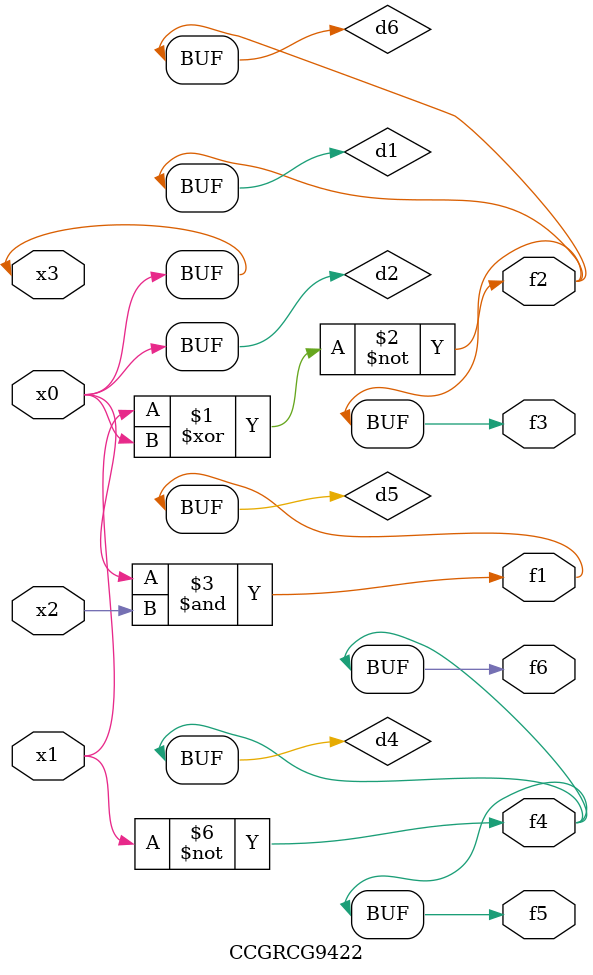
<source format=v>
module CCGRCG9422(
	input x0, x1, x2, x3,
	output f1, f2, f3, f4, f5, f6
);

	wire d1, d2, d3, d4, d5, d6;

	xnor (d1, x1, x3);
	buf (d2, x0, x3);
	nand (d3, x0, x2);
	not (d4, x1);
	nand (d5, d3);
	or (d6, d1);
	assign f1 = d5;
	assign f2 = d6;
	assign f3 = d6;
	assign f4 = d4;
	assign f5 = d4;
	assign f6 = d4;
endmodule

</source>
